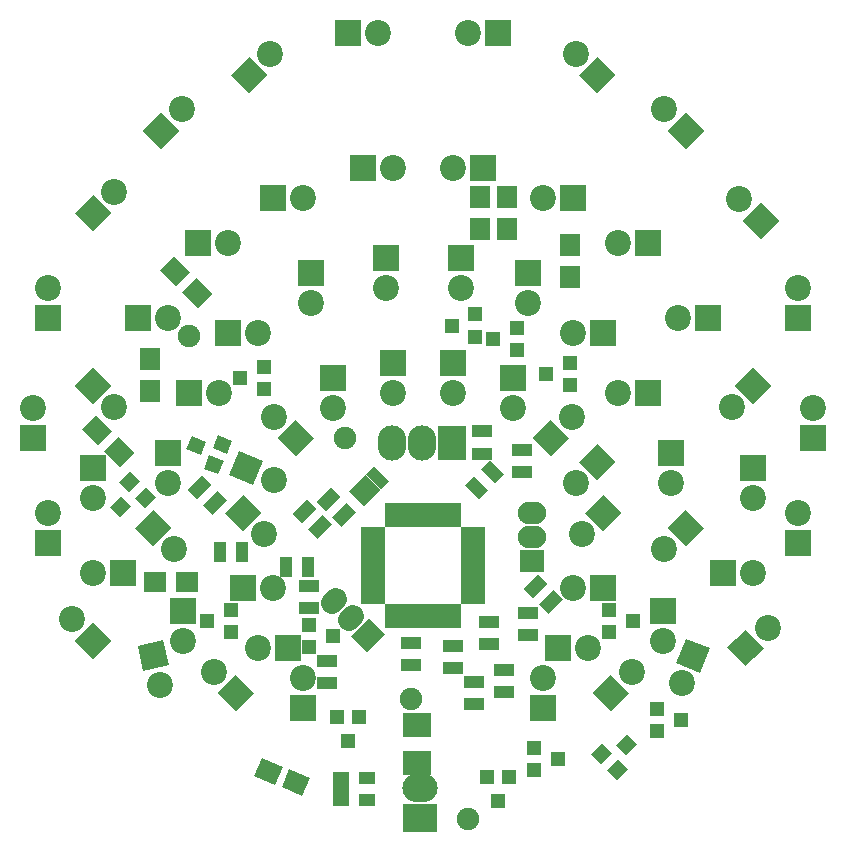
<source format=gbr>
G04 #@! TF.FileFunction,Soldermask,Top*
%FSLAX46Y46*%
G04 Gerber Fmt 4.6, Leading zero omitted, Abs format (unit mm)*
G04 Created by KiCad (PCBNEW 4.0.7) date 04/21/18 22:11:58*
%MOMM*%
%LPD*%
G01*
G04 APERTURE LIST*
%ADD10C,0.100000*%
%ADD11C,2.200000*%
%ADD12R,1.900000X1.700000*%
%ADD13R,1.460000X1.050000*%
%ADD14R,0.950000X2.000000*%
%ADD15R,2.000000X0.950000*%
%ADD16R,2.400000X3.000000*%
%ADD17O,2.400000X3.000000*%
%ADD18R,3.000000X2.400000*%
%ADD19O,3.000000X2.400000*%
%ADD20R,1.700000X1.900000*%
%ADD21R,2.200000X2.200000*%
%ADD22R,1.700000X1.100000*%
%ADD23R,1.300000X1.200000*%
%ADD24R,1.200000X1.300000*%
%ADD25R,1.100000X1.700000*%
%ADD26R,2.430000X2.050000*%
%ADD27R,2.150000X1.900000*%
%ADD28O,2.400000X1.900000*%
%ADD29C,1.900000*%
%ADD30C,1.900000*%
G04 APERTURE END LIST*
D10*
G36*
X134270635Y-106426000D02*
X132715000Y-107981635D01*
X131159365Y-106426000D01*
X132715000Y-104870365D01*
X134270635Y-106426000D01*
X134270635Y-106426000D01*
G37*
D11*
X130918949Y-104629949D03*
D12*
X120824000Y-118618000D03*
X123524000Y-118618000D03*
D13*
X136568000Y-135194000D03*
X136568000Y-136144000D03*
X136568000Y-137094000D03*
X138768000Y-137094000D03*
X138768000Y-135194000D03*
D14*
X146310000Y-112971000D03*
X145510000Y-112971000D03*
X144710000Y-112971000D03*
X143910000Y-112971000D03*
X143110000Y-112971000D03*
X142310000Y-112971000D03*
X141510000Y-112971000D03*
X140710000Y-112971000D03*
D15*
X139260000Y-114421000D03*
X139260000Y-115221000D03*
X139260000Y-116021000D03*
X139260000Y-116821000D03*
X139260000Y-117621000D03*
X139260000Y-118421000D03*
X139260000Y-119221000D03*
X139260000Y-120021000D03*
D14*
X140710000Y-121471000D03*
X141510000Y-121471000D03*
X142310000Y-121471000D03*
X143110000Y-121471000D03*
X143910000Y-121471000D03*
X144710000Y-121471000D03*
X145510000Y-121471000D03*
X146310000Y-121471000D03*
D15*
X147760000Y-120021000D03*
X147760000Y-119221000D03*
X147760000Y-118421000D03*
X147760000Y-117621000D03*
X147760000Y-116821000D03*
X147760000Y-116021000D03*
X147760000Y-115221000D03*
X147760000Y-114421000D03*
D16*
X145986500Y-106807000D03*
D17*
X143446500Y-106807000D03*
X140906500Y-106807000D03*
D18*
X143256000Y-138557000D03*
D19*
X143256000Y-136017000D03*
D10*
G36*
X129223752Y-135048297D02*
X129855179Y-133523896D01*
X131610550Y-134250995D01*
X130979123Y-135775396D01*
X129223752Y-135048297D01*
X129223752Y-135048297D01*
G37*
G36*
X131533450Y-136005005D02*
X132164877Y-134480604D01*
X133920248Y-135207703D01*
X133288821Y-136732104D01*
X131533450Y-136005005D01*
X131533450Y-136005005D01*
G37*
D20*
X150622000Y-86026000D03*
X150622000Y-88726000D03*
X155956000Y-90090000D03*
X155956000Y-92790000D03*
D10*
G36*
X121216614Y-92192695D02*
X122418695Y-90990614D01*
X123762198Y-92334117D01*
X122560117Y-93536198D01*
X121216614Y-92192695D01*
X121216614Y-92192695D01*
G37*
G36*
X123125802Y-94101883D02*
X124327883Y-92899802D01*
X125671386Y-94243305D01*
X124469305Y-95445386D01*
X123125802Y-94101883D01*
X123125802Y-94101883D01*
G37*
D20*
X120396000Y-99742000D03*
X120396000Y-102442000D03*
D10*
G36*
X114612614Y-105654695D02*
X115814695Y-104452614D01*
X117158198Y-105796117D01*
X115956117Y-106998198D01*
X114612614Y-105654695D01*
X114612614Y-105654695D01*
G37*
G36*
X116521802Y-107563883D02*
X117723883Y-106361802D01*
X119067386Y-107705305D01*
X117865305Y-108907386D01*
X116521802Y-107563883D01*
X116521802Y-107563883D01*
G37*
D20*
X148336000Y-86026000D03*
X148336000Y-88726000D03*
D10*
G36*
X117125635Y-123571000D02*
X115570000Y-125126635D01*
X114014365Y-123571000D01*
X115570000Y-122015365D01*
X117125635Y-123571000D01*
X117125635Y-123571000D01*
G37*
D11*
X113773949Y-121774949D03*
D21*
X137160000Y-72136000D03*
D11*
X139700000Y-72136000D03*
D21*
X176530000Y-106426000D03*
D11*
X176530000Y-103886000D03*
D21*
X168910000Y-117856000D03*
D11*
X171450000Y-117856000D03*
D10*
G36*
X165774684Y-123403781D02*
X167807219Y-124245684D01*
X166965316Y-126278219D01*
X164932781Y-125436316D01*
X165774684Y-123403781D01*
X165774684Y-123403781D01*
G37*
D11*
X165397984Y-127187654D03*
D10*
G36*
X154305000Y-107981635D02*
X152749365Y-106426000D01*
X154305000Y-104870365D01*
X155860635Y-106426000D01*
X154305000Y-107981635D01*
X154305000Y-107981635D01*
G37*
D11*
X156101051Y-104629949D03*
D21*
X158750000Y-97536000D03*
D11*
X156210000Y-97536000D03*
D10*
G36*
X170747144Y-125760154D02*
X169260846Y-124138144D01*
X170882856Y-122651846D01*
X172369154Y-124273856D01*
X170747144Y-125760154D01*
X170747144Y-125760154D01*
G37*
D11*
X172687684Y-122490001D03*
D21*
X175260000Y-115316000D03*
D11*
X175260000Y-112776000D03*
D21*
X175260000Y-96266000D03*
D11*
X175260000Y-93726000D03*
D10*
G36*
X173640635Y-88011000D02*
X172085000Y-89566635D01*
X170529365Y-88011000D01*
X172085000Y-86455365D01*
X173640635Y-88011000D01*
X173640635Y-88011000D01*
G37*
D11*
X170288949Y-86214949D03*
D10*
G36*
X167290635Y-80391000D02*
X165735000Y-81946635D01*
X164179365Y-80391000D01*
X165735000Y-78835365D01*
X167290635Y-80391000D01*
X167290635Y-80391000D01*
G37*
D11*
X163938949Y-78594949D03*
D10*
G36*
X159797635Y-75692000D02*
X158242000Y-77247635D01*
X156686365Y-75692000D01*
X158242000Y-74136365D01*
X159797635Y-75692000D01*
X159797635Y-75692000D01*
G37*
D11*
X156445949Y-73895949D03*
D21*
X149860000Y-72136000D03*
D11*
X147320000Y-72136000D03*
D21*
X171450000Y-108966000D03*
D11*
X171450000Y-111506000D03*
D10*
G36*
X171450000Y-100425365D02*
X173005635Y-101981000D01*
X171450000Y-103536635D01*
X169894365Y-101981000D01*
X171450000Y-100425365D01*
X171450000Y-100425365D01*
G37*
D11*
X169653949Y-103777051D03*
D21*
X167640000Y-96266000D03*
D11*
X165100000Y-96266000D03*
D21*
X156210000Y-86106000D03*
D11*
X153670000Y-86106000D03*
D10*
G36*
X159385000Y-129571635D02*
X157829365Y-128016000D01*
X159385000Y-126460365D01*
X160940635Y-128016000D01*
X159385000Y-129571635D01*
X159385000Y-129571635D01*
G37*
D11*
X161181051Y-126219949D03*
D21*
X163830000Y-121031000D03*
D11*
X163830000Y-123571000D03*
D10*
G36*
X165735000Y-112490365D02*
X167290635Y-114046000D01*
X165735000Y-115601635D01*
X164179365Y-114046000D01*
X165735000Y-112490365D01*
X165735000Y-112490365D01*
G37*
D11*
X163938949Y-115842051D03*
D21*
X164465000Y-107696000D03*
D11*
X164465000Y-110236000D03*
D21*
X162560000Y-102616000D03*
D11*
X160020000Y-102616000D03*
D21*
X152400000Y-92456000D03*
D11*
X152400000Y-94996000D03*
D21*
X146685000Y-91186000D03*
D11*
X146685000Y-93726000D03*
D21*
X153670000Y-129286000D03*
D11*
X153670000Y-126746000D03*
D21*
X154940000Y-124206000D03*
D11*
X157480000Y-124206000D03*
D21*
X158750000Y-119126000D03*
D11*
X156210000Y-119126000D03*
D10*
G36*
X158750000Y-111220365D02*
X160305635Y-112776000D01*
X158750000Y-114331635D01*
X157194365Y-112776000D01*
X158750000Y-111220365D01*
X158750000Y-111220365D01*
G37*
D11*
X156953949Y-114572051D03*
D10*
G36*
X158242000Y-106902365D02*
X159797635Y-108458000D01*
X158242000Y-110013635D01*
X156686365Y-108458000D01*
X158242000Y-106902365D01*
X158242000Y-106902365D01*
G37*
D11*
X156445949Y-110254051D03*
D21*
X151130000Y-101346000D03*
D11*
X151130000Y-103886000D03*
D21*
X146050000Y-100076000D03*
D11*
X146050000Y-102616000D03*
D21*
X133350000Y-129286000D03*
D11*
X133350000Y-126746000D03*
D21*
X132080000Y-124206000D03*
D11*
X129540000Y-124206000D03*
D21*
X128270000Y-119126000D03*
D11*
X130810000Y-119126000D03*
D10*
G36*
X127086781Y-109561316D02*
X127928684Y-107528781D01*
X129961219Y-108370684D01*
X129119316Y-110403219D01*
X127086781Y-109561316D01*
X127086781Y-109561316D01*
G37*
D11*
X130870654Y-109938016D03*
D21*
X135890000Y-101346000D03*
D11*
X135890000Y-103886000D03*
D21*
X140970000Y-100076000D03*
D11*
X140970000Y-102616000D03*
D10*
G36*
X129190635Y-128016000D02*
X127635000Y-129571635D01*
X126079365Y-128016000D01*
X127635000Y-126460365D01*
X129190635Y-128016000D01*
X129190635Y-128016000D01*
G37*
D11*
X125838949Y-126219949D03*
D21*
X123190000Y-121031000D03*
D11*
X123190000Y-123571000D03*
D10*
G36*
X119094365Y-114046000D02*
X120650000Y-112490365D01*
X122205635Y-114046000D01*
X120650000Y-115601635D01*
X119094365Y-114046000D01*
X119094365Y-114046000D01*
G37*
D11*
X122446051Y-115842051D03*
D21*
X121920000Y-107696000D03*
D11*
X121920000Y-110236000D03*
D21*
X123698000Y-102616000D03*
D11*
X126238000Y-102616000D03*
D21*
X127000000Y-97536000D03*
D11*
X129540000Y-97536000D03*
D21*
X133985000Y-92456000D03*
D11*
X133985000Y-94996000D03*
D10*
G36*
X119337991Y-124005158D02*
X121485842Y-123528991D01*
X121962009Y-125676842D01*
X119814158Y-126153009D01*
X119337991Y-124005158D01*
X119337991Y-124005158D01*
G37*
D11*
X121199757Y-127320792D03*
D21*
X118110000Y-117856000D03*
D11*
X115570000Y-117856000D03*
D21*
X115570000Y-108966000D03*
D11*
X115570000Y-111506000D03*
D10*
G36*
X114014365Y-101981000D02*
X115570000Y-100425365D01*
X117125635Y-101981000D01*
X115570000Y-103536635D01*
X114014365Y-101981000D01*
X114014365Y-101981000D01*
G37*
D11*
X117366051Y-103777051D03*
D21*
X124460000Y-89916000D03*
D11*
X127000000Y-89916000D03*
D21*
X130810000Y-86106000D03*
D11*
X133350000Y-86106000D03*
D21*
X138430000Y-83566000D03*
D11*
X140970000Y-83566000D03*
D21*
X111760000Y-115316000D03*
D11*
X111760000Y-112776000D03*
D21*
X111760000Y-96266000D03*
D11*
X111760000Y-93726000D03*
D10*
G36*
X115570000Y-88931635D02*
X114014365Y-87376000D01*
X115570000Y-85820365D01*
X117125635Y-87376000D01*
X115570000Y-88931635D01*
X115570000Y-88931635D01*
G37*
D11*
X117366051Y-85579949D03*
D10*
G36*
X121285000Y-81946635D02*
X119729365Y-80391000D01*
X121285000Y-78835365D01*
X122840635Y-80391000D01*
X121285000Y-81946635D01*
X121285000Y-81946635D01*
G37*
D11*
X123081051Y-78594949D03*
D10*
G36*
X128778000Y-77247635D02*
X127222365Y-75692000D01*
X128778000Y-74136365D01*
X130333635Y-75692000D01*
X128778000Y-77247635D01*
X128778000Y-77247635D01*
G37*
D11*
X130574051Y-73895949D03*
D21*
X140335000Y-91186000D03*
D11*
X140335000Y-93726000D03*
D21*
X110490000Y-106426000D03*
D11*
X110490000Y-103886000D03*
D21*
X148590000Y-83566000D03*
D11*
X146050000Y-83566000D03*
D21*
X162560000Y-89916000D03*
D11*
X160020000Y-89916000D03*
D21*
X119380000Y-96266000D03*
D11*
X121920000Y-96266000D03*
D10*
G36*
X126714365Y-112776000D02*
X128270000Y-111220365D01*
X129825635Y-112776000D01*
X128270000Y-114331635D01*
X126714365Y-112776000D01*
X126714365Y-112776000D01*
G37*
D11*
X130066051Y-114572051D03*
D22*
X152400000Y-121224000D03*
X152400000Y-123124000D03*
X150368000Y-126050000D03*
X150368000Y-127950000D03*
X149098000Y-121986000D03*
X149098000Y-123886000D03*
D10*
G36*
X152008300Y-119174381D02*
X153210381Y-117972300D01*
X153988198Y-118750117D01*
X152786117Y-119952198D01*
X152008300Y-119174381D01*
X152008300Y-119174381D01*
G37*
G36*
X153351802Y-120517883D02*
X154553883Y-119315802D01*
X155331700Y-120093619D01*
X154129619Y-121295700D01*
X153351802Y-120517883D01*
X153351802Y-120517883D01*
G37*
G36*
X137805700Y-112727619D02*
X136603619Y-113929700D01*
X135825802Y-113151883D01*
X137027883Y-111949802D01*
X137805700Y-112727619D01*
X137805700Y-112727619D01*
G37*
G36*
X136462198Y-111384117D02*
X135260117Y-112586198D01*
X134482300Y-111808381D01*
X135684381Y-110606300D01*
X136462198Y-111384117D01*
X136462198Y-111384117D01*
G37*
D22*
X146050000Y-124018000D03*
X146050000Y-125918000D03*
X142494000Y-123764000D03*
X142494000Y-125664000D03*
X147828000Y-127066000D03*
X147828000Y-128966000D03*
D23*
X163338000Y-129352000D03*
X163338000Y-131252000D03*
X165338000Y-130302000D03*
D10*
G36*
X158605787Y-134015238D02*
X157757259Y-133166710D01*
X158676497Y-132247472D01*
X159525025Y-133096000D01*
X158605787Y-134015238D01*
X158605787Y-134015238D01*
G37*
G36*
X159949290Y-135358741D02*
X159100762Y-134510213D01*
X160020000Y-133590975D01*
X160868528Y-134439503D01*
X159949290Y-135358741D01*
X159949290Y-135358741D01*
G37*
G36*
X160691752Y-133272776D02*
X159843224Y-132424248D01*
X160762462Y-131505010D01*
X161610990Y-132353538D01*
X160691752Y-133272776D01*
X160691752Y-133272776D01*
G37*
D23*
X152924000Y-132654000D03*
X152924000Y-134554000D03*
X154924000Y-133604000D03*
X159274000Y-120970000D03*
X159274000Y-122870000D03*
X161274000Y-121920000D03*
D24*
X138110000Y-130064000D03*
X136210000Y-130064000D03*
X137160000Y-132064000D03*
X150810000Y-135144000D03*
X148910000Y-135144000D03*
X149860000Y-137144000D03*
D22*
X148463000Y-107757000D03*
X148463000Y-105857000D03*
D10*
G36*
X148257381Y-111580200D02*
X147055300Y-110378119D01*
X147833117Y-109600302D01*
X149035198Y-110802383D01*
X148257381Y-111580200D01*
X148257381Y-111580200D01*
G37*
G36*
X149600883Y-110236698D02*
X148398802Y-109034617D01*
X149176619Y-108256800D01*
X150378700Y-109458881D01*
X149600883Y-110236698D01*
X149600883Y-110236698D01*
G37*
D22*
X151892000Y-109344500D03*
X151892000Y-107444500D03*
D10*
G36*
X135773700Y-113743619D02*
X134571619Y-114945700D01*
X133793802Y-114167883D01*
X134995883Y-112965802D01*
X135773700Y-113743619D01*
X135773700Y-113743619D01*
G37*
G36*
X134430198Y-112400117D02*
X133228117Y-113602198D01*
X132450300Y-112824381D01*
X133652381Y-111622300D01*
X134430198Y-112400117D01*
X134430198Y-112400117D01*
G37*
G36*
X126883700Y-111711619D02*
X125681619Y-112913700D01*
X124903802Y-112135883D01*
X126105883Y-110933802D01*
X126883700Y-111711619D01*
X126883700Y-111711619D01*
G37*
G36*
X125540198Y-110368117D02*
X124338117Y-111570198D01*
X123560300Y-110792381D01*
X124762381Y-109590300D01*
X125540198Y-110368117D01*
X125540198Y-110368117D01*
G37*
D25*
X128204000Y-116078000D03*
X126304000Y-116078000D03*
X133792000Y-117348000D03*
X131892000Y-117348000D03*
D22*
X133858000Y-118938000D03*
X133858000Y-120838000D03*
D23*
X147939000Y-97851000D03*
X147939000Y-95951000D03*
X145939000Y-96901000D03*
X151431500Y-98994000D03*
X151431500Y-97094000D03*
X149431500Y-98044000D03*
X155940000Y-101978500D03*
X155940000Y-100078500D03*
X153940000Y-101028500D03*
X130032000Y-102296000D03*
X130032000Y-100396000D03*
X128032000Y-101346000D03*
D10*
G36*
X126612462Y-108396786D02*
X126153242Y-109505441D01*
X124952198Y-109007952D01*
X125411418Y-107899297D01*
X126612462Y-108396786D01*
X126612462Y-108396786D01*
G37*
G36*
X127339561Y-106641415D02*
X126880341Y-107750070D01*
X125679297Y-107252581D01*
X126138517Y-106143926D01*
X127339561Y-106641415D01*
X127339561Y-106641415D01*
G37*
G36*
X125128252Y-106753734D02*
X124669032Y-107862389D01*
X123467988Y-107364900D01*
X123927208Y-106256245D01*
X125128252Y-106753734D01*
X125128252Y-106753734D01*
G37*
G36*
X120032213Y-110586762D02*
X120880741Y-111435290D01*
X119961503Y-112354528D01*
X119112975Y-111506000D01*
X120032213Y-110586762D01*
X120032213Y-110586762D01*
G37*
G36*
X118688710Y-109243259D02*
X119537238Y-110091787D01*
X118618000Y-111011025D01*
X117769472Y-110162497D01*
X118688710Y-109243259D01*
X118688710Y-109243259D01*
G37*
G36*
X117946248Y-111329224D02*
X118794776Y-112177752D01*
X117875538Y-113096990D01*
X117027010Y-112248462D01*
X117946248Y-111329224D01*
X117946248Y-111329224D01*
G37*
D23*
X127238000Y-122870000D03*
X127238000Y-120970000D03*
X125238000Y-121920000D03*
X133874000Y-122240000D03*
X133874000Y-124140000D03*
X135874000Y-123190000D03*
D10*
G36*
X138488280Y-112212512D02*
X137215488Y-110939720D01*
X137922594Y-110232614D01*
X139195386Y-111505406D01*
X138488280Y-112212512D01*
X138488280Y-112212512D01*
G37*
G36*
X139206701Y-111494091D02*
X137933909Y-110221299D01*
X138641015Y-109514193D01*
X139913807Y-110786985D01*
X139206701Y-111494091D01*
X139206701Y-111494091D01*
G37*
G36*
X139925121Y-110775671D02*
X138652329Y-109502879D01*
X139359435Y-108795773D01*
X140632227Y-110068565D01*
X139925121Y-110775671D01*
X139925121Y-110775671D01*
G37*
D26*
X143002000Y-130754000D03*
X143002000Y-133914000D03*
D27*
X152717500Y-116840000D03*
D28*
X152717500Y-114808000D03*
X152717500Y-112776000D03*
D10*
G36*
X140264681Y-122996402D02*
X138744402Y-124516681D01*
X137400899Y-123173178D01*
X138921178Y-121652899D01*
X140264681Y-122996402D01*
X140264681Y-122996402D01*
G37*
D29*
X137219172Y-121824726D02*
X137572726Y-121471172D01*
X135782331Y-120387885D02*
X136135885Y-120034331D01*
D22*
X135382000Y-127188000D03*
X135382000Y-125288000D03*
D30*
X147320000Y-138684000D03*
X136906000Y-106426000D03*
X142494000Y-128524000D03*
X123698000Y-97790000D03*
M02*

</source>
